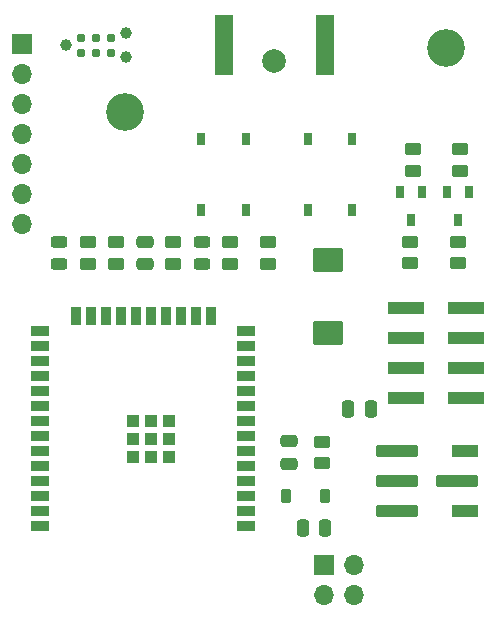
<source format=gts>
G04 #@! TF.GenerationSoftware,KiCad,Pcbnew,7.0.7*
G04 #@! TF.CreationDate,2023-11-16T10:28:39+01:00*
G04 #@! TF.ProjectId,ithowifi_4l,6974686f-7769-4666-995f-346c2e6b6963,rev?*
G04 #@! TF.SameCoordinates,Original*
G04 #@! TF.FileFunction,Soldermask,Top*
G04 #@! TF.FilePolarity,Negative*
%FSLAX46Y46*%
G04 Gerber Fmt 4.6, Leading zero omitted, Abs format (unit mm)*
G04 Created by KiCad (PCBNEW 7.0.7) date 2023-11-16 10:28:39*
%MOMM*%
%LPD*%
G01*
G04 APERTURE LIST*
G04 Aperture macros list*
%AMRoundRect*
0 Rectangle with rounded corners*
0 $1 Rounding radius*
0 $2 $3 $4 $5 $6 $7 $8 $9 X,Y pos of 4 corners*
0 Add a 4 corners polygon primitive as box body*
4,1,4,$2,$3,$4,$5,$6,$7,$8,$9,$2,$3,0*
0 Add four circle primitives for the rounded corners*
1,1,$1+$1,$2,$3*
1,1,$1+$1,$4,$5*
1,1,$1+$1,$6,$7*
1,1,$1+$1,$8,$9*
0 Add four rect primitives between the rounded corners*
20,1,$1+$1,$2,$3,$4,$5,0*
20,1,$1+$1,$4,$5,$6,$7,0*
20,1,$1+$1,$6,$7,$8,$9,0*
20,1,$1+$1,$8,$9,$2,$3,0*%
G04 Aperture macros list end*
%ADD10R,0.700000X1.000000*%
%ADD11RoundRect,0.250000X-0.450000X0.262500X-0.450000X-0.262500X0.450000X-0.262500X0.450000X0.262500X0*%
%ADD12R,1.700000X1.700000*%
%ADD13O,1.700000X1.700000*%
%ADD14R,1.500000X0.900000*%
%ADD15R,0.900000X1.500000*%
%ADD16R,1.050000X1.050000*%
%ADD17C,3.200000*%
%ADD18RoundRect,0.243750X0.456250X-0.243750X0.456250X0.243750X-0.456250X0.243750X-0.456250X-0.243750X0*%
%ADD19C,0.990600*%
%ADD20C,0.787400*%
%ADD21R,0.750000X1.000000*%
%ADD22RoundRect,0.250000X0.250000X0.475000X-0.250000X0.475000X-0.250000X-0.475000X0.250000X-0.475000X0*%
%ADD23RoundRect,0.250000X0.450000X-0.262500X0.450000X0.262500X-0.450000X0.262500X-0.450000X-0.262500X0*%
%ADD24RoundRect,0.250000X0.475000X-0.250000X0.475000X0.250000X-0.475000X0.250000X-0.475000X-0.250000X0*%
%ADD25RoundRect,0.250000X1.025000X-0.787500X1.025000X0.787500X-1.025000X0.787500X-1.025000X-0.787500X0*%
%ADD26RoundRect,0.250000X-0.250000X-0.475000X0.250000X-0.475000X0.250000X0.475000X-0.250000X0.475000X0*%
%ADD27RoundRect,0.225000X0.225000X0.375000X-0.225000X0.375000X-0.225000X-0.375000X0.225000X-0.375000X0*%
%ADD28C,2.000000*%
%ADD29RoundRect,0.105000X-1.655000X0.420000X-1.655000X-0.420000X1.655000X-0.420000X1.655000X0.420000X0*%
%ADD30RoundRect,0.105000X-1.005000X0.420000X-1.005000X-0.420000X1.005000X-0.420000X1.005000X0.420000X0*%
%ADD31R,3.150000X1.000000*%
%ADD32R,1.500000X5.080000*%
G04 APERTURE END LIST*
D10*
X119608600Y-120339000D03*
X117708600Y-120339000D03*
X118658600Y-122739000D03*
D11*
X118872000Y-116711900D03*
X118872000Y-118536900D03*
D12*
X85725000Y-107797600D03*
D13*
X85725000Y-110337600D03*
X85725000Y-112877600D03*
X85725000Y-115417600D03*
X85725000Y-117957600D03*
X85725000Y-120497600D03*
X85725000Y-123037600D03*
D14*
X104727600Y-148613600D03*
X104727600Y-147343600D03*
X104727600Y-146073600D03*
X104727600Y-144803600D03*
X104727600Y-143533600D03*
X104727600Y-142263600D03*
X104727600Y-140993600D03*
X104727600Y-139723600D03*
X104727600Y-138453600D03*
X104727600Y-137183600D03*
X104727600Y-135913600D03*
X104727600Y-134643600D03*
X104727600Y-133373600D03*
X104727600Y-132103600D03*
D15*
X101697600Y-130853600D03*
X100427600Y-130853600D03*
X99157600Y-130853600D03*
X97887600Y-130853600D03*
X96617600Y-130853600D03*
X95347600Y-130853600D03*
X94077600Y-130853600D03*
X92807600Y-130853600D03*
X91537600Y-130853600D03*
X90267600Y-130853600D03*
D14*
X87227600Y-132103600D03*
X87227600Y-133373600D03*
X87227600Y-134643600D03*
X87227600Y-135913600D03*
X87227600Y-137183600D03*
X87227600Y-138453600D03*
X87227600Y-139723600D03*
X87227600Y-140993600D03*
X87227600Y-142263600D03*
X87227600Y-143533600D03*
X87227600Y-144803600D03*
X87227600Y-146073600D03*
X87227600Y-147343600D03*
X87227600Y-148613600D03*
D16*
X98182600Y-142798600D03*
X98182600Y-141273600D03*
X98182600Y-139748600D03*
X96657600Y-142798600D03*
X96657600Y-141273600D03*
X96657600Y-139748600D03*
X95132600Y-142798600D03*
X95132600Y-141273600D03*
X95132600Y-139748600D03*
D11*
X91313000Y-124588900D03*
X91313000Y-126413900D03*
X106536000Y-124597500D03*
X106536000Y-126422500D03*
X118618000Y-124548500D03*
X118618000Y-126373500D03*
D17*
X94488000Y-113538000D03*
D18*
X88900000Y-126438900D03*
X88900000Y-124563900D03*
D12*
X111292000Y-151928000D03*
D13*
X113832000Y-151928000D03*
X111292000Y-154468000D03*
X113832000Y-154468000D03*
D19*
X94576000Y-108917400D03*
X89496000Y-107901400D03*
X94576000Y-106885400D03*
D20*
X90766000Y-108536400D03*
X90766000Y-107266400D03*
X92036000Y-108536400D03*
X92036000Y-107266400D03*
X93306000Y-108536400D03*
X93306000Y-107266400D03*
D21*
X109925000Y-115872000D03*
X109925000Y-121872000D03*
X113675000Y-115872000D03*
X113675000Y-121872000D03*
D22*
X115250000Y-138684000D03*
X113350000Y-138684000D03*
D10*
X123606600Y-120339000D03*
X121706600Y-120339000D03*
X122656600Y-122739000D03*
D23*
X122859800Y-118536900D03*
X122859800Y-116711900D03*
D11*
X122682000Y-124548500D03*
X122682000Y-126373500D03*
D24*
X96139000Y-126451400D03*
X96139000Y-124551400D03*
D23*
X98552000Y-126428000D03*
X98552000Y-124603000D03*
D25*
X111632000Y-132308600D03*
X111632000Y-126083600D03*
D26*
X109486900Y-148751000D03*
X111386900Y-148751000D03*
D24*
X108377500Y-143351000D03*
X108377500Y-141451000D03*
D27*
X111425500Y-146084000D03*
X108125500Y-146084000D03*
D23*
X111171500Y-143290000D03*
X111171500Y-141465000D03*
D28*
X107100780Y-109251460D03*
D23*
X93726000Y-126413900D03*
X93726000Y-124588900D03*
X103378000Y-126428000D03*
X103378000Y-124603000D03*
D18*
X100965000Y-126453000D03*
X100965000Y-124578000D03*
D21*
X104675000Y-121872000D03*
X104675000Y-115872000D03*
X100925000Y-121872000D03*
X100925000Y-115872000D03*
D17*
X121630000Y-108120000D03*
D29*
X117475000Y-142240000D03*
X117475000Y-144780000D03*
X117475000Y-147320000D03*
D30*
X123205000Y-147320000D03*
D29*
X122555000Y-144780000D03*
D30*
X123205000Y-142240000D03*
D31*
X123295000Y-137810000D03*
X118245000Y-137810000D03*
X123295000Y-135270000D03*
X118245000Y-135270000D03*
X123295000Y-132730000D03*
X118245000Y-132730000D03*
X123295000Y-130190000D03*
X118245000Y-130190000D03*
D32*
X102850000Y-107848400D03*
X111350000Y-107848400D03*
M02*

</source>
